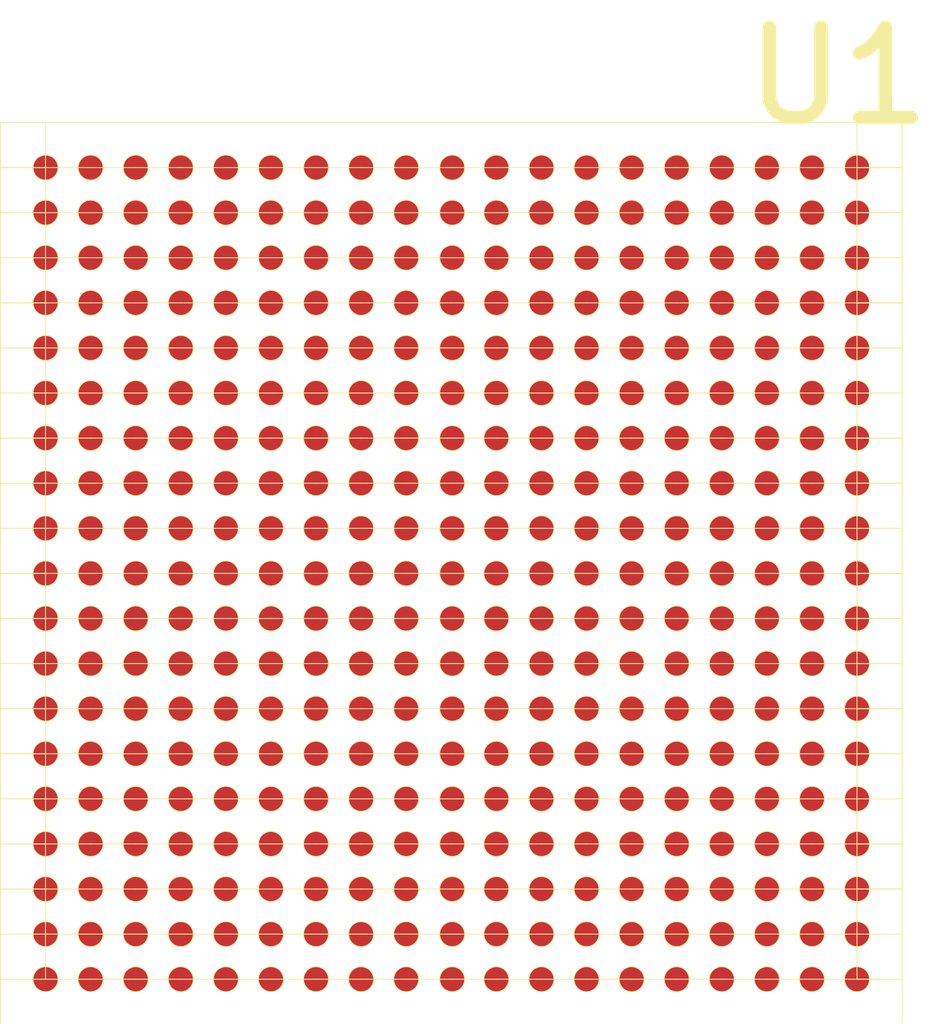
<source format=kicad_pcb>
(kicad_pcb (version 20211014) (generator pcbnew)
  (layers (0 "F.Cu" signal) (31 "B.Cu" signal) (34 "B.Paste" user) (35 "F.Paste" user) (36 "B.SilkS" user "B.Silkscreen") (37 "F.SilkS" user "F.Silkscreen") (38 "B.Mask" user) (39 "F.Mask" user) (44 "Edge.Cuts" user))
  (net 0 "")
  (footprint "New_Library:VL830" (layer "F.Cu") (at 149.86 66.04)
    (fp_text reference "U1" (at 4.34 -5.24 unlocked) (layer "F.SilkS"))
    (fp_text value "VL830")
    (pad "1" smd circle (at -4.45 -4.23) (size 0.27 0.27) (layers "F.Cu" "F.Paste" "F.Mask"))
    (pad "2" smd circle (at -3.95 -4.23) (size 0.27 0.27) (layers "F.Cu" "F.Paste" "F.Mask"))
    (pad "3" smd circle (at -3.45 -4.23) (size 0.27 0.27) (layers "F.Cu" "F.Paste" "F.Mask"))
    (pad "4" smd circle (at -2.95 -4.23) (size 0.27 0.27) (layers "F.Cu" "F.Paste" "F.Mask"))
    (pad "5" smd circle (at -2.45 -4.23) (size 0.27 0.27) (layers "F.Cu" "F.Paste" "F.Mask"))
    (pad "6" smd circle (at -1.95 -4.23) (size 0.27 0.27) (layers "F.Cu" "F.Paste" "F.Mask"))
    (pad "7" smd circle (at -1.45 -4.23) (size 0.27 0.27) (layers "F.Cu" "F.Paste" "F.Mask"))
    (pad "8" smd circle (at -0.95 -4.23) (size 0.27 0.27) (layers "F.Cu" "F.Paste" "F.Mask"))
    (pad "9" smd circle (at -0.45 -4.23) (size 0.27 0.27) (layers "F.Cu" "F.Paste" "F.Mask"))
    (pad "10" smd circle (at 0.06 -4.23) (size 0.27 0.27) (layers "F.Cu" "F.Paste" "F.Mask"))
    (pad "11" smd circle (at 0.55 -4.23) (size 0.27 0.27) (layers "F.Cu" "F.Paste" "F.Mask"))
    (pad "12" smd circle (at 1.05 -4.23) (size 0.27 0.27) (layers "F.Cu" "F.Paste" "F.Mask"))
    (pad "13" smd circle (at 1.55 -4.23) (size 0.27 0.27) (layers "F.Cu" "F.Paste" "F.Mask"))
    (pad "14" smd circle (at 2.05 -4.23) (size 0.27 0.27) (layers "F.Cu" "F.Paste" "F.Mask"))
    (pad "15" smd circle (at 2.55 -4.23) (size 0.27 0.27) (layers "F.Cu" "F.Paste" "F.Mask"))
    (pad "16" smd circle (at 3.05 -4.23) (size 0.27 0.27) (layers "F.Cu" "F.Paste" "F.Mask"))
    (pad "17" smd circle (at 3.55 -4.23) (size 0.27 0.27) (layers "F.Cu" "F.Paste" "F.Mask"))
    (pad "18" smd circle (at 4.05 -4.23) (size 0.27 0.27) (layers "F.Cu" "F.Paste" "F.Mask"))
    (pad "19" smd circle (at 4.55 -4.23) (size 0.27 0.27) (layers "F.Cu" "F.Paste" "F.Mask"))
    (pad "20" smd circle (at -4.45 -3.73) (size 0.27 0.27) (layers "F.Cu" "F.Paste" "F.Mask"))
    (pad "21" smd circle (at -3.95 -3.73) (size 0.27 0.27) (layers "F.Cu" "F.Paste" "F.Mask"))
    (pad "22" smd circle (at -3.45 -3.73) (size 0.27 0.27) (layers "F.Cu" "F.Paste" "F.Mask"))
    (pad "23" smd circle (at -2.95 -3.73) (size 0.27 0.27) (layers "F.Cu" "F.Paste" "F.Mask"))
    (pad "24" smd circle (at -2.45 -3.73) (size 0.27 0.27) (layers "F.Cu" "F.Paste" "F.Mask"))
    (pad "25" smd circle (at -1.95 -3.73) (size 0.27 0.27) (layers "F.Cu" "F.Paste" "F.Mask"))
    (pad "26" smd circle (at -1.45 -3.73) (size 0.27 0.27) (layers "F.Cu" "F.Paste" "F.Mask"))
    (pad "27" smd circle (at -0.95 -3.73) (size 0.27 0.27) (layers "F.Cu" "F.Paste" "F.Mask"))
    (pad "28" smd circle (at -0.45 -3.73) (size 0.27 0.27) (layers "F.Cu" "F.Paste" "F.Mask"))
    (pad "29" smd circle (at 0.06 -3.73) (size 0.27 0.27) (layers "F.Cu" "F.Paste" "F.Mask"))
    (pad "30" smd circle (at 0.55 -3.73) (size 0.27 0.27) (layers "F.Cu" "F.Paste" "F.Mask"))
    (pad "31" smd circle (at 1.05 -3.73) (size 0.27 0.27) (layers "F.Cu" "F.Paste" "F.Mask"))
    (pad "32" smd circle (at 1.55 -3.73) (size 0.27 0.27) (layers "F.Cu" "F.Paste" "F.Mask"))
    (pad "33" smd circle (at 2.05 -3.73) (size 0.27 0.27) (layers "F.Cu" "F.Paste" "F.Mask"))
    (pad "34" smd circle (at 2.55 -3.73) (size 0.27 0.27) (layers "F.Cu" "F.Paste" "F.Mask"))
    (pad "35" smd circle (at 3.05 -3.73) (size 0.27 0.27) (layers "F.Cu" "F.Paste" "F.Mask"))
    (pad "36" smd circle (at 3.55 -3.73) (size 0.27 0.27) (layers "F.Cu" "F.Paste" "F.Mask"))
    (pad "37" smd circle (at 4.05 -3.73) (size 0.27 0.27) (layers "F.Cu" "F.Paste" "F.Mask"))
    (pad "38" smd circle (at 4.55 -3.73) (size 0.27 0.27) (layers "F.Cu" "F.Paste" "F.Mask"))
    (pad "39" smd circle (at -4.45 -3.23) (size 0.27 0.27) (layers "F.Cu" "F.Paste" "F.Mask"))
    (pad "40" smd circle (at -3.95 -3.23) (size 0.27 0.27) (layers "F.Cu" "F.Paste" "F.Mask"))
    (pad "41" smd circle (at -3.45 -3.23) (size 0.27 0.27) (layers "F.Cu" "F.Paste" "F.Mask"))
    (pad "42" smd circle (at -2.95 -3.23) (size 0.27 0.27) (layers "F.Cu" "F.Paste" "F.Mask"))
    (pad "43" smd circle (at -2.45 -3.23) (size 0.27 0.27) (layers "F.Cu" "F.Paste" "F.Mask"))
    (pad "44" smd circle (at -1.95 -3.23) (size 0.27 0.27) (layers "F.Cu" "F.Paste" "F.Mask"))
    (pad "45" smd circle (at -1.45 -3.23) (size 0.27 0.27) (layers "F.Cu" "F.Paste" "F.Mask"))
    (pad "46" smd circle (at -0.95 -3.23) (size 0.27 0.27) (layers "F.Cu" "F.Paste" "F.Mask"))
    (pad "47" smd circle (at -0.45 -3.23) (size 0.27 0.27) (layers "F.Cu" "F.Paste" "F.Mask"))
    (pad "48" smd circle (at 0.06 -3.23) (size 0.27 0.27) (layers "F.Cu" "F.Paste" "F.Mask"))
    (pad "49" smd circle (at 0.55 -3.23) (size 0.27 0.27) (layers "F.Cu" "F.Paste" "F.Mask"))
    (pad "50" smd circle (at 1.05 -3.23) (size 0.27 0.27) (layers "F.Cu" "F.Paste" "F.Mask"))
    (pad "51" smd circle (at 1.55 -3.23) (size 0.27 0.27) (layers "F.Cu" "F.Paste" "F.Mask"))
    (pad "52" smd circle (at 2.05 -3.23) (size 0.27 0.27) (layers "F.Cu" "F.Paste" "F.Mask"))
    (pad "53" smd circle (at 2.55 -3.23) (size 0.27 0.27) (layers "F.Cu" "F.Paste" "F.Mask"))
    (pad "54" smd circle (at 3.05 -3.23) (size 0.27 0.27) (layers "F.Cu" "F.Paste" "F.Mask"))
    (pad "55" smd circle (at 3.55 -3.23) (size 0.27 0.27) (layers "F.Cu" "F.Paste" "F.Mask"))
    (pad "56" smd circle (at 4.05 -3.23) (size 0.27 0.27) (layers "F.Cu" "F.Paste" "F.Mask"))
    (pad "57" smd circle (at 4.55 -3.23) (size 0.27 0.27) (layers "F.Cu" "F.Paste" "F.Mask"))
    (pad "58" smd circle (at -4.45 -2.73) (size 0.27 0.27) (layers "F.Cu" "F.Paste" "F.Mask"))
    (pad "59" smd circle (at -3.95 -2.73) (size 0.27 0.27) (layers "F.Cu" "F.Paste" "F.Mask"))
    (pad "60" smd circle (at -3.45 -2.73) (size 0.27 0.27) (layers "F.Cu" "F.Paste" "F.Mask"))
    (pad "61" smd circle (at -2.95 -2.73) (size 0.27 0.27) (layers "F.Cu" "F.Paste" "F.Mask"))
    (pad "62" smd circle (at -2.45 -2.73) (size 0.27 0.27) (layers "F.Cu" "F.Paste" "F.Mask"))
    (pad "63" smd circle (at -1.95 -2.73) (size 0.27 0.27) (layers "F.Cu" "F.Paste" "F.Mask"))
    (pad "64" smd circle (at -1.45 -2.73) (size 0.27 0.27) (layers "F.Cu" "F.Paste" "F.Mask"))
    (pad "65" smd circle (at -0.95 -2.73) (size 0.27 0.27) (layers "F.Cu" "F.Paste" "F.Mask"))
    (pad "66" smd circle (at -0.45 -2.73) (size 0.27 0.27) (layers "F.Cu" "F.Paste" "F.Mask"))
    (pad "67" smd circle (at 0.06 -2.73) (size 0.27 0.27) (layers "F.Cu" "F.Paste" "F.Mask"))
    (pad "68" smd circle (at 0.55 -2.73) (size 0.27 0.27) (layers "F.Cu" "F.Paste" "F.Mask"))
    (pad "69" smd circle (at 1.05 -2.73) (size 0.27 0.27) (layers "F.Cu" "F.Paste" "F.Mask"))
    (pad "70" smd circle (at 1.55 -2.73) (size 0.27 0.27) (layers "F.Cu" "F.Paste" "F.Mask"))
    (pad "71" smd circle (at 2.05 -2.73) (size 0.27 0.27) (layers "F.Cu" "F.Paste" "F.Mask"))
    (pad "72" smd circle (at 2.55 -2.73) (size 0.27 0.27) (layers "F.Cu" "F.Paste" "F.Mask"))
    (pad "73" smd circle (at 3.05 -2.73) (size 0.27 0.27) (layers "F.Cu" "F.Paste" "F.Mask"))
    (pad "74" smd circle (at 3.55 -2.73) (size 0.27 0.27) (layers "F.Cu" "F.Paste" "F.Mask"))
    (pad "75" smd circle (at 4.05 -2.73) (size 0.27 0.27) (layers "F.Cu" "F.Paste" "F.Mask"))
    (pad "76" smd circle (at 4.55 -2.73) (size 0.27 0.27) (layers "F.Cu" "F.Paste" "F.Mask"))
    (pad "77" smd circle (at -4.45 -2.23) (size 0.27 0.27) (layers "F.Cu" "F.Paste" "F.Mask"))
    (pad "78" smd circle (at -3.95 -2.23) (size 0.27 0.27) (layers "F.Cu" "F.Paste" "F.Mask"))
    (pad "79" smd circle (at -3.45 -2.23) (size 0.27 0.27) (layers "F.Cu" "F.Paste" "F.Mask"))
    (pad "80" smd circle (at -2.95 -2.23) (size 0.27 0.27) (layers "F.Cu" "F.Paste" "F.Mask"))
    (pad "81" smd circle (at -2.45 -2.23) (size 0.27 0.27) (layers "F.Cu" "F.Paste" "F.Mask"))
    (pad "82" smd circle (at -1.95 -2.23) (size 0.27 0.27) (layers "F.Cu" "F.Paste" "F.Mask"))
    (pad "83" smd circle (at -1.45 -2.23) (size 0.27 0.27) (layers "F.Cu" "F.Paste" "F.Mask"))
    (pad "84" smd circle (at -0.95 -2.23) (size 0.27 0.27) (layers "F.Cu" "F.Paste" "F.Mask"))
    (pad "85" smd circle (at -0.45 -2.23) (size 0.27 0.27) (layers "F.Cu" "F.Paste" "F.Mask"))
    (pad "86" smd circle (at 0.06 -2.23) (size 0.27 0.27) (layers "F.Cu" "F.Paste" "F.Mask"))
    (pad "87" smd circle (at 0.55 -2.23) (size 0.27 0.27) (layers "F.Cu" "F.Paste" "F.Mask"))
    (pad "88" smd circle (at 1.05 -2.23) (size 0.27 0.27) (layers "F.Cu" "F.Paste" "F.Mask"))
    (pad "89" smd circle (at 1.55 -2.23) (size 0.27 0.27) (layers "F.Cu" "F.Paste" "F.Mask"))
    (pad "90" smd circle (at 2.05 -2.23) (size 0.27 0.27) (layers "F.Cu" "F.Paste" "F.Mask"))
    (pad "91" smd circle (at 2.55 -2.23) (size 0.27 0.27) (layers "F.Cu" "F.Paste" "F.Mask"))
    (pad "92" smd circle (at 3.05 -2.23) (size 0.27 0.27) (layers "F.Cu" "F.Paste" "F.Mask"))
    (pad "93" smd circle (at 3.55 -2.23) (size 0.27 0.27) (layers "F.Cu" "F.Paste" "F.Mask"))
    (pad "94" smd circle (at 4.05 -2.23) (size 0.27 0.27) (layers "F.Cu" "F.Paste" "F.Mask"))
    (pad "95" smd circle (at 4.55 -2.23) (size 0.27 0.27) (layers "F.Cu" "F.Paste" "F.Mask"))
    (pad "96" smd circle (at -4.45 -1.73) (size 0.27 0.27) (layers "F.Cu" "F.Paste" "F.Mask"))
    (pad "97" smd circle (at -3.95 -1.73) (size 0.27 0.27) (layers "F.Cu" "F.Paste" "F.Mask"))
    (pad "98" smd circle (at -3.45 -1.73) (size 0.27 0.27) (layers "F.Cu" "F.Paste" "F.Mask"))
    (pad "99" smd circle (at -2.95 -1.73) (size 0.27 0.27) (layers "F.Cu" "F.Paste" "F.Mask"))
    (pad "100" smd circle (at -2.45 -1.73) (size 0.27 0.27) (layers "F.Cu" "F.Paste" "F.Mask"))
    (pad "101" smd circle (at -1.95 -1.73) (size 0.27 0.27) (layers "F.Cu" "F.Paste" "F.Mask"))
    (pad "102" smd circle (at -1.45 -1.73) (size 0.27 0.27) (layers "F.Cu" "F.Paste" "F.Mask"))
    (pad "103" smd circle (at -0.95 -1.73) (size 0.27 0.27) (layers "F.Cu" "F.Paste" "F.Mask"))
    (pad "104" smd circle (at -0.45 -1.73) (size 0.27 0.27) (layers "F.Cu" "F.Paste" "F.Mask"))
    (pad "105" smd circle (at 0.06 -1.73) (size 0.27 0.27) (layers "F.Cu" "F.Paste" "F.Mask"))
    (pad "106" smd circle (at 0.55 -1.73) (size 0.27 0.27) (layers "F.Cu" "F.Paste" "F.Mask"))
    (pad "107" smd circle (at 1.05 -1.73) (size 0.27 0.27) (layers "F.Cu" "F.Paste" "F.Mask"))
    (pad "108" smd circle (at 1.55 -1.73) (size 0.27 0.27) (layers "F.Cu" "F.Paste" "F.Mask"))
    (pad "109" smd circle (at 2.05 -1.73) (size 0.27 0.27) (layers "F.Cu" "F.Paste" "F.Mask"))
    (pad "110" smd circle (at 2.55 -1.73) (size 0.27 0.27) (layers "F.Cu" "F.Paste" "F.Mask"))
    (pad "111" smd circle (at 3.05 -1.73) (size 0.27 0.27) (layers "F.Cu" "F.Paste" "F.Mask"))
    (pad "112" smd circle (at 3.55 -1.73) (size 0.27 0.27) (layers "F.Cu" "F.Paste" "F.Mask"))
    (pad "113" smd circle (at 4.05 -1.73) (size 0.27 0.27) (layers "F.Cu" "F.Paste" "F.Mask"))
    (pad "114" smd circle (at 4.55 -1.73) (size 0.27 0.27) (layers "F.Cu" "F.Paste" "F.Mask"))
    (pad "115" smd circle (at -4.45 -1.23) (size 0.27 0.27) (layers "F.Cu" "F.Paste" "F.Mask"))
    (pad "116" smd circle (at -3.95 -1.23) (size 0.27 0.27) (layers "F.Cu" "F.Paste" "F.Mask"))
    (pad "117" smd circle (at -3.45 -1.23) (size 0.27 0.27) (layers "F.Cu" "F.Paste" "F.Mask"))
    (pad "118" smd circle (at -2.95 -1.23) (size 0.27 0.27) (layers "F.Cu" "F.Paste" "F.Mask"))
    (pad "119" smd circle (at -2.45 -1.23) (size 0.27 0.27) (layers "F.Cu" "F.Paste" "F.Mask"))
    (pad "120" smd circle (at -1.95 -1.23) (size 0.27 0.27) (layers "F.Cu" "F.Paste" "F.Mask"))
    (pad "121" smd circle (at -1.45 -1.23) (size 0.27 0.27) (layers "F.Cu" "F.Paste" "F.Mask"))
    (pad "122" smd circle (at -0.95 -1.23) (size 0.27 0.27) (layers "F.Cu" "F.Paste" "F.Mask"))
    (pad "123" smd circle (at -0.45 -1.23) (size 0.27 0.27) (layers "F.Cu" "F.Paste" "F.Mask"))
    (pad "124" smd circle (at 0.06 -1.23) (size 0.27 0.27) (layers "F.Cu" "F.Paste" "F.Mask"))
    (pad "125" smd circle (at 0.55 -1.23) (size 0.27 0.27) (layers "F.Cu" "F.Paste" "F.Mask"))
    (pad "126" smd circle (at 1.05 -1.23) (size 0.27 0.27) (layers "F.Cu" "F.Paste" "F.Mask"))
    (pad "127" smd circle (at 1.55 -1.23) (size 0.27 0.27) (layers "F.Cu" "F.Paste" "F.Mask"))
    (pad "128" smd circle (at 2.05 -1.23) (size 0.27 0.27) (layers "F.Cu" "F.Paste" "F.Mask"))
    (pad "129" smd circle (at 2.55 -1.23) (size 0.27 0.27) (layers "F.Cu" "F.Paste" "F.Mask"))
    (pad "130" smd circle (at 3.05 -1.23) (size 0.27 0.27) (layers "F.Cu" "F.Paste" "F.Mask"))
    (pad "131" smd circle (at 3.55 -1.23) (size 0.27 0.27) (layers "F.Cu" "F.Paste" "F.Mask"))
    (pad "132" smd circle (at 4.05 -1.23) (size 0.27 0.27) (layers "F.Cu" "F.Paste" "F.Mask"))
    (pad "133" smd circle (at 4.55 -1.23) (size 0.27 0.27) (layers "F.Cu" "F.Paste" "F.Mask"))
    (pad "134" smd circle (at -4.45 -0.73) (size 0.27 0.27) (layers "F.Cu" "F.Paste" "F.Mask"))
    (pad "135" smd circle (at -3.95 -0.73) (size 0.27 0.27) (layers "F.Cu" "F.Paste" "F.Mask"))
    (pad "136" smd circle (at -3.45 -0.73) (size 0.27 0.27) (layers "F.Cu" "F.Paste" "F.Mask"))
    (pad "137" smd circle (at -2.95 -0.73) (size 0.27 0.27) (layers "F.Cu" "F.Paste" "F.Mask"))
    (pad "138" smd circle (at -2.45 -0.73) (size 0.27 0.27) (layers "F.Cu" "F.Paste" "F.Mask"))
    (pad "139" smd circle (at -1.95 -0.73) (size 0.27 0.27) (layers "F.Cu" "F.Paste" "F.Mask"))
    (pad "140" smd circle (at -1.45 -0.73) (size 0.27 0.27) (layers "F.Cu" "F.Paste" "F.Mask"))
    (pad "141" smd circle (at -0.95 -0.73) (size 0.27 0.27) (layers "F.Cu" "F.Paste" "F.Mask"))
    (pad "142" smd circle (at -0.45 -0.73) (size 0.27 0.27) (layers "F.Cu" "F.Paste" "F.Mask"))
    (pad "143" smd circle (at 0.06 -0.73) (size 0.27 0.27) (layers "F.Cu" "F.Paste" "F.Mask"))
    (pad "144" smd circle (at 0.55 -0.73) (size 0.27 0.27) (layers "F.Cu" "F.Paste" "F.Mask"))
    (pad "145" smd circle (at 1.05 -0.73) (size 0.27 0.27) (layers "F.Cu" "F.Paste" "F.Mask"))
    (pad "146" smd circle (at 1.55 -0.73) (size 0.27 0.27) (layers "F.Cu" "F.Paste" "F.Mask"))
    (pad "147" smd circle (at 2.05 -0.73) (size 0.27 0.27) (layers "F.Cu" "F.Paste" "F.Mask"))
    (pad "148" smd circle (at 2.55 -0.73) (size 0.27 0.27) (layers "F.Cu" "F.Paste" "F.Mask"))
    (pad "149" smd circle (at 3.05 -0.73) (size 0.27 0.27) (layers "F.Cu" "F.Paste" "F.Mask"))
    (pad "150" smd circle (at 3.55 -0.73) (size 0.27 0.27) (layers "F.Cu" "F.Paste" "F.Mask"))
    (pad "151" smd circle (at 4.05 -0.73) (size 0.27 0.27) (layers "F.Cu" "F.Paste" "F.Mask"))
    (pad "152" smd circle (at 4.55 -0.73) (size 0.27 0.27) (layers "F.Cu" "F.Paste" "F.Mask"))
    (pad "153" smd circle (at -4.45 -0.23) (size 0.27 0.27) (layers "F.Cu" "F.Paste" "F.Mask"))
    (pad "154" smd circle (at -3.95 -0.23) (size 0.27 0.27) (layers "F.Cu" "F.Paste" "F.Mask"))
    (pad "155" smd circle (at -3.45 -0.23) (size 0.27 0.27) (layers "F.Cu" "F.Paste" "F.Mask"))
    (pad "156" smd circle (at -2.95 -0.23) (size 0.27 0.27) (layers "F.Cu" "F.Paste" "F.Mask"))
    (pad "157" smd circle (at -2.45 -0.23) (size 0.27 0.27) (layers "F.Cu" "F.Paste" "F.Mask"))
    (pad "158" smd circle (at -1.95 -0.23) (size 0.27 0.27) (layers "F.Cu" "F.Paste" "F.Mask"))
    (pad "159" smd circle (at -1.45 -0.23) (size 0.27 0.27) (layers "F.Cu" "F.Paste" "F.Mask"))
    (pad "160" smd circle (at -0.95 -0.23) (size 0.27 0.27) (layers "F.Cu" "F.Paste" "F.Mask"))
    (pad "161" smd circle (at -0.45 -0.23) (size 0.27 0.27) (layers "F.Cu" "F.Paste" "F.Mask"))
    (pad "162" smd circle (at 0.06 -0.23) (size 0.27 0.27) (layers "F.Cu" "F.Paste" "F.Mask"))
    (pad "163" smd circle (at 0.55 -0.23) (size 0.27 0.27) (layers "F.Cu" "F.Paste" "F.Mask"))
    (pad "164" smd circle (at 1.05 -0.23) (size 0.27 0.27) (layers "F.Cu" "F.Paste" "F.Mask"))
    (pad "165" smd circle (at 1.55 -0.23) (size 0.27 0.27) (layers "F.Cu" "F.Paste" "F.Mask"))
    (pad "166" smd circle (at 2.05 -0.23) (size 0.27 0.27) (layers "F.Cu" "F.Paste" "F.Mask"))
    (pad "167" smd circle (at 2.55 -0.23) (size 0.27 0.27) (layers "F.Cu" "F.Paste" "F.Mask"))
    (pad "168" smd circle (at 3.05 -0.23) (size 0.27 0.27) (layers "F.Cu" "F.Paste" "F.Mask"))
    (pad "169" smd circle (at 3.55 -0.23) (size 0.27 0.27) (layers "F.Cu" "F.Paste" "F.Mask"))
    (pad "170" smd circle (at 4.05 -0.23) (size 0.27 0.27) (layers "F.Cu" "F.Paste" "F.Mask"))
    (pad "171" smd circle (at 4.55 -0.23) (size 0.27 0.27) (layers "F.Cu" "F.Paste" "F.Mask"))
    (pad "172" smd circle (at -4.45 0.27) (size 0.27 0.27) (layers "F.Cu" "F.Paste" "F.Mask"))
    (pad "173" smd circle (at -3.95 0.27) (size 0.27 0.27) (layers "F.Cu" "F.Paste" "F.Mask"))
    (pad "174" smd circle (at -3.45 0.27) (size 0.27 0.27) (layers "F.Cu" "F.Paste" "F.Mask"))
    (pad "175" smd circle (at -2.95 0.27) (size 0.27 0.27) (layers "F.Cu" "F.Paste" "F.Mask"))
    (pad "176" smd circle (at -2.45 0.27) (size 0.27 0.27) (layers "F.Cu" "F.Paste" "F.Mask"))
    (pad "177" smd circle (at -1.95 0.27) (size 0.27 0.27) (layers "F.Cu" "F.Paste" "F.Mask"))
    (pad "178" smd circle (at -1.45 0.27) (size 0.27 0.27) (layers "F.Cu" "F.Paste" "F.Mask"))
    (pad "179" smd circle (at -0.95 0.27) (size 0.27 0.27) (layers "F.Cu" "F.Paste" "F.Mask"))
    (pad "180" smd circle (at -0.45 0.27) (size 0.27 0.27) (layers "F.Cu" "F.Paste" "F.Mask"))
    (pad "181" smd circle (at 0.06 0.27) (size 0.27 0.27) (layers "F.Cu" "F.Paste" "F.Mask"))
    (pad "182" smd circle (at 0.55 0.27) (size 0.27 0.27) (layers "F.Cu" "F.Paste" "F.Mask"))
    (pad "183" smd circle (at 1.05 0.27) (size 0.27 0.27) (layers "F.Cu" "F.Paste" "F.Mask"))
    (pad "184" smd circle (at 1.55 0.27) (size 0.27 0.27) (layers "F.Cu" "F.Paste" "F.Mask"))
    (pad "185" smd circle (at 2.05 0.27) (size 0.27 0.27) (layers "F.Cu" "F.Paste" "F.Mask"))
    (pad "186" smd circle (at 2.55 0.27) (size 0.27 0.27) (layers "F.Cu" "F.Paste" "F.Mask"))
    (pad "187" smd circle (at 3.05 0.27) (size 0.27 0.27) (layers "F.Cu" "F.Paste" "F.Mask"))
    (pad "188" smd circle (at 3.55 0.27) (size 0.27 0.27) (layers "F.Cu" "F.Paste" "F.Mask"))
    (pad "189" smd circle (at 4.05 0.27) (size 0.27 0.27) (layers "F.Cu" "F.Paste" "F.Mask"))
    (pad "190" smd circle (at 4.55 0.27) (size 0.27 0.27) (layers "F.Cu" "F.Paste" "F.Mask"))
    (pad "191" smd circle (at -4.45 0.77) (size 0.27 0.27) (layers "F.Cu" "F.Paste" "F.Mask"))
    (pad "192" smd circle (at -3.95 0.77) (size 0.27 0.27) (layers "F.Cu" "F.Paste" "F.Mask"))
    (pad "193" smd circle (at -3.45 0.77) (size 0.27 0.27) (layers "F.Cu" "F.Paste" "F.Mask"))
    (pad "194" smd circle (at -2.95 0.77) (size 0.27 0.27) (layers "F.Cu" "F.Paste" "F.Mask"))
    (pad "195" smd circle (at -2.45 0.77) (size 0.27 0.27) (layers "F.Cu" "F.Paste" "F.Mask"))
    (pad "196" smd circle (at -1.95 0.77) (size 0.27 0.27) (layers "F.Cu" "F.Paste" "F.Mask"))
    (pad "197" smd circle (at -1.45 0.77) (size 0.27 0.27) (layers "F.Cu" "F.Paste" "F.Mask"))
    (pad "198" smd circle (at -0.95 0.77) (size 0.27 0.27) (layers "F.Cu" "F.Paste" "F.Mask"))
    (pad "199" smd circle (at -0.45 0.77) (size 0.27 0.27) (layers "F.Cu" "F.Paste" "F.Mask"))
    (pad "200" smd circle (at 0.06 0.77) (size 0.27 0.27) (layers "F.Cu" "F.Paste" "F.Mask"))
    (pad "201" smd circle (at 0.55 0.77) (size 0.27 0.27) (layers "F.Cu" "F.Paste" "F.Mask"))
    (pad "202" smd circle (at 1.05 0.77) (size 0.27 0.27) (layers "F.Cu" "F.Paste" "F.Mask"))
    (pad "203" smd circle (at 1.55 0.77) (size 0.27 0.27) (layers "F.Cu" "F.Paste" "F.Mask"))
    (pad "204" smd circle (at 2.05 0.77) (size 0.27 0.27) (layers "F.Cu" "F.Paste" "F.Mask"))
    (pad "205" smd circle (at 2.55 0.77) (size 0.27 0.27) (layers "F.Cu" "F.Paste" "F.Mask"))
    (pad "206" smd circle (at 3.05 0.77) (size 0.27 0.27) (layers "F.Cu" "F.Paste" "F.Mask"))
    (pad "207" smd circle (at 3.55 0.77) (size 0.27 0.27) (layers "F.Cu" "F.Paste" "F.Mask"))
    (pad "208" smd circle (at 4.05 0.77) (size 0.27 0.27) (layers "F.Cu" "F.Paste" "F.Mask"))
    (pad "209" smd circle (at 4.55 0.77) (size 0.27 0.27) (layers "F.Cu" "F.Paste" "F.Mask"))
    (pad "210" smd circle (at -4.45 1.27) (size 0.27 0.27) (layers "F.Cu" "F.Paste" "F.Mask"))
    (pad "211" smd circle (at -3.95 1.27) (size 0.27 0.27) (layers "F.Cu" "F.Paste" "F.Mask"))
    (pad "212" smd circle (at -3.45 1.27) (size 0.27 0.27) (layers "F.Cu" "F.Paste" "F.Mask"))
    (pad "213" smd circle (at -2.95 1.27) (size 0.27 0.27) (layers "F.Cu" "F.Paste" "F.Mask"))
    (pad "214" smd circle (at -2.45 1.27) (size 0.27 0.27) (layers "F.Cu" "F.Paste" "F.Mask"))
    (pad "215" smd circle (at -1.95 1.27) (size 0.27 0.27) (layers "F.Cu" "F.Paste" "F.Mask"))
    (pad "216" smd circle (at -1.45 1.27) (size 0.27 0.27) (layers "F.Cu" "F.Paste" "F.Mask"))
    (pad "217" smd circle (at -0.95 1.27) (size 0.27 0.27) (layers "F.Cu" "F.Paste" "F.Mask"))
    (pad "218" smd circle (at -0.45 1.27) (size 0.27 0.27) (layers "F.Cu" "F.Paste" "F.Mask"))
    (pad "219" smd circle (at 0.06 1.27) (size 0.27 0.27) (layers "F.Cu" "F.Paste" "F.Mask"))
    (pad "220" smd circle (at 0.55 1.27) (size 0.27 0.27) (layers "F.Cu" "F.Paste" "F.Mask"))
    (pad "221" smd circle (at 1.05 1.27) (size 0.27 0.27) (layers "F.Cu" "F.Paste" "F.Mask"))
    (pad "222" smd circle (at 1.55 1.27) (size 0.27 0.27) (layers "F.Cu" "F.Paste" "F.Mask"))
    (pad "223" smd circle (at 2.05 1.27) (size 0.27 0.27) (layers "F.Cu" "F.Paste" "F.Mask"))
    (pad "224" smd circle (at 2.55 1.27) (size 0.27 0.27) (layers "F.Cu" "F.Paste" "F.Mask"))
    (pad "225" smd circle (at 3.05 1.27) (size 0.27 0.27) (layers "F.Cu" "F.Paste" "F.Mask"))
    (pad "226" smd circle (at 3.55 1.27) (size 0.27 0.27) (layers "F.Cu" "F.Paste" "F.Mask"))
    (pad "227" smd circle (at 4.05 1.27) (size 0.27 0.27) (layers "F.Cu" "F.Paste" "F.Mask"))
    (pad "228" smd circle (at 4.55 1.27) (size 0.27 0.27) (layers "F.Cu" "F.Paste" "F.Mask"))
    (pad "229" smd circle (at -4.45 1.77) (size 0.27 0.27) (layers "F.Cu" "F.Paste" "F.Mask"))
    (pad "230" smd circle (at -3.95 1.77) (size 0.27 0.27) (layers "F.Cu" "F.Paste" "F.Mask"))
    (pad "231" smd circle (at -3.45 1.77) (size 0.27 0.27) (layers "F.Cu" "F.Paste" "F.Mask"))
    (pad "232" smd circle (at -2.95 1.77) (size 0.27 0.27) (layers "F.Cu" "F.Paste" "F.Mask"))
    (pad "233" smd circle (at -2.45 1.77) (size 0.27 0.27) (layers "F.Cu" "F.Paste" "F.Mask"))
    (pad "234" smd circle (at -1.95 1.77) (size 0.27 0.27) (layers "F.Cu" "F.Paste" "F.Mask"))
    (pad "235" smd circle (at -1.45 1.77) (size 0.27 0.27) (layers "F.Cu" "F.Paste" "F.Mask"))
    (pad "236" smd circle (at -0.95 1.77) (size 0.27 0.27) (layers "F.Cu" "F.Paste" "F.Mask"))
    (pad "237" smd circle (at -0.45 1.77) (size 0.27 0.27) (layers "F.Cu" "F.Paste" "F.Mask"))
    (pad "238" smd circle (at 0.06 1.77) (size 0.27 0.27) (layers "F.Cu" "F.Paste" "F.Mask"))
    (pad "239" smd circle (at 0.55 1.77) (size 0.27 0.27) (layers "F.Cu" "F.Paste" "F.Mask"))
    (pad "240" smd circle (at 1.05 1.77) (size 0.27 0.27) (layers "F.Cu" "F.Paste" "F.Mask"))
    (pad "241" smd circle (at 1.55 1.77) (size 0.27 0.27) (layers "F.Cu" "F.Paste" "F.Mask"))
    (pad "242" smd circle (at 2.05 1.77) (size 0.27 0.27) (layers "F.Cu" "F.Paste" "F.Mask"))
    (pad "243" smd circle (at 2.55 1.77) (size 0.27 0.27) (layers "F.Cu" "F.Paste" "F.Mask"))
    (pad "244" smd circle (at 3.05 1.77) (size 0.27 0.27) (layers "F.Cu" "F.Paste" "F.Mask"))
    (pad "245" smd circle (at 3.55 1.77) (size 0.27 0.27) (layers "F.Cu" "F.Paste" "F.Mask"))
    (pad "246" smd circle (at 4.05 1.77) (size 0.27 0.27) (layers "F.Cu" "F.Paste" "F.Mask"))
    (pad "247" smd circle (at 4.55 1.77) (size 0.27 0.27) (layers "F.Cu" "F.Paste" "F.Mask"))
    (pad "248" smd circle (at -4.45 2.27) (size 0.27 0.27) (layers "F.Cu" "F.Paste" "F.Mask"))
    (pad "249" smd circle (at -3.95 2.27) (size 0.27 0.27) (layers "F.Cu" "F.Paste" "F.Mask"))
    (pad "250" smd circle (at -3.45 2.27) (size 0.27 0.27) (layers "F.Cu" "F.Paste" "F.Mask"))
    (pad "251" smd circle (at -2.95 2.27) (size 0.27 0.27) (layers "F.Cu" "F.Paste" "F.Mask"))
    (pad "252" smd circle (at -2.45 2.27) (size 0.27 0.27) (layers "F.Cu" "F.Paste" "F.Mask"))
    (pad "253" smd circle (at -1.95 2.27) (size 0.27 0.27) (layers "F.Cu" "F.Paste" "F.Mask"))
    (pad "254" smd circle (at -1.45 2.27) (size 0.27 0.27) (layers "F.Cu" "F.Paste" "F.Mask"))
    (pad "255" smd circle (at -0.95 2.27) (size 0.27 0.27) (layers "F.Cu" "F.Paste" "F.Mask"))
    (pad "256" smd circle (at -0.45 2.27) (size 0.27 0.27) (layers "F.Cu" "F.Paste" "F.Mask"))
    (pad "257" smd circle (at 0.06 2.27) (size 0.27 0.27) (layers "F.Cu" "F.Paste" "F.Mask"))
    (pad "258" smd circle (at 0.55 2.27) (size 0.27 0.27) (layers "F.Cu" "F.Paste" "F.Mask"))
    (pad "259" smd circle (at 1.05 2.27) (size 0.27 0.27) (layers "F.Cu" "F.Paste" "F.Mask"))
    (pad "260" smd circle (at 1.55 2.27) (size 0.27 0.27) (layers "F.Cu" "F.Paste" "F.Mask"))
    (pad "261" smd circle (at 2.05 2.27) (size 0.27 0.27) (layers "F.Cu" "F.Paste" "F.Mask"))
    (pad "262" smd circle (at 2.55 2.27) (size 0.27 0.27) (layers "F.Cu" "F.Paste" "F.Mask"))
    (pad "263" smd circle (at 3.05 2.27) (size 0.27 0.27) (layers "F.Cu" "F.Paste" "F.Mask"))
    (pad "264" smd circle (at 3.55 2.27) (size 0.27 0.27) (layers "F.Cu" "F.Paste" "F.Mask"))
    (pad "265" smd circle (at 4.05 2.27) (size 0.27 0.27) (layers "F.Cu" "F.Paste" "F.Mask"))
    (pad "266" smd circle (at 4.55 2.27) (size 0.27 0.27) (layers "F.Cu" "F.Paste" "F.Mask"))
    (pad "267" smd circle (at -4.45 2.77) (size 0.27 0.27) (layers "F.Cu" "F.Paste" "F.Mask"))
    (pad "268" smd circle (at -3.95 2.77) (size 0.27 0.27) (layers "F.Cu" "F.Paste" "F.Mask"))
    (pad "269" smd circle (at -3.45 2.77) (size 0.27 0.27) (layers "F.Cu" "F.Paste" "F.Mask"))
    (pad "270" smd circle (at -2.95 2.77) (size 0.27 0.27) (layers "F.Cu" "F.Paste" "F.Mask"))
    (pad "271" smd circle (at -2.45 2.77) (size 0.27 0.27) (layers "F.Cu" "F.Paste" "F.Mask"))
    (pad "272" smd circle (at -1.95 2.77) (size 0.27 0.27) (layers "F.Cu" "F.Paste" "F.Mask"))
    (pad "273" smd circle (at -1.45 2.77) (size 0.27 0.27) (layers "F.Cu" "F.Paste" "F.Mask"))
    (pad "274" smd circle (at -0.95 2.77) (size 0.27 0.27) (layers "F.Cu" "F.Paste" "F.Mask"))
    (pad "275" smd circle (at -0.45 2.77) (size 0.27 0.27) (layers "F.Cu" "F.Paste" "F.Mask"))
    (pad "276" smd circle (at 0.06 2.77) (size 0.27 0.27) (layers "F.Cu" "F.Paste" "F.Mask"))
    (pad "277" smd circle (at 0.55 2.77) (size 0.27 0.27) (layers "F.Cu" "F.Paste" "F.Mask"))
    (pad "278" smd circle (at 1.05 2.77) (size 0.27 0.27) (layers "F.Cu" "F.Paste" "F.Mask"))
    (pad "279" smd circle (at 1.55 2.77) (size 0.27 0.27) (layers "F.Cu" "F.Paste" "F.Mask"))
    (pad "280" smd circle (at 2.05 2.77) (size 0.27 0.27) (layers "F.Cu" "F.Paste" "F.Mask"))
    (pad "281" smd circle (at 2.55 2.77) (size 0.27 0.27) (layers "F.Cu" "F.Paste" "F.Mask"))
    (pad "282" smd circle (at 3.05 2.77) (size 0.27 0.27) (layers "F.Cu" "F.Paste" "F.Mask"))
    (pad "283" smd circle (at 3.55 2.77) (size 0.27 0.27) (layers "F.Cu" "F.Paste" "F.Mask"))
    (pad "284" smd circle (at 4.05 2.77) (size 0.27 0.27) (layers "F.Cu" "F.Paste" "F.Mask"))
    (pad "285" smd circle (at 4.55 2.77) (size 0.27 0.27) (layers "F.Cu" "F.Paste" "F.Mask"))
    (pad "286" smd circle (at -4.45 3.27) (size 0.27 0.27) (layers "F.Cu" "F.Paste" "F.Mask"))
    (pad "287" smd circle (at -3.95 3.27) (size 0.27 0.27) (layers "F.Cu" "F.Paste" "F.Mask"))
    (pad "288" smd circle (at -3.45 3.27) (size 0.27 0.27) (layers "F.Cu" "F.Paste" "F.Mask"))
    (pad "289" smd circle (at -2.95 3.27) (size 0.27 0.27) (layers "F.Cu" "F.Paste" "F.Mask"))
    (pad "290" smd circle (at -2.45 3.27) (size 0.27 0.27) (layers "F.Cu" "F.Paste" "F.Mask"))
    (pad "291" smd circle (at -1.95 3.27) (size 0.27 0.27) (layers "F.Cu" "F.Paste" "F.Mask"))
    (pad "292" smd circle (at -1.45 3.27) (size 0.27 0.27) (layers "F.Cu" "F.Paste" "F.Mask"))
    (pad "293" smd circle (at -0.95 3.27) (size 0.27 0.27) (layers "F.Cu" "F.Paste" "F.Mask"))
    (pad "294" smd circle (at -0.45 3.27) (size 0.27 0.27) (layers "F.Cu" "F.Paste" "F.Mask"))
    (pad "295" smd circle (at 0.06 3.27) (size 0.27 0.27) (layers "F.Cu" "F.Paste" "F.Mask"))
    (pad "296" smd circle (at 0.55 3.27) (size 0.27 0.27) (layers "F.Cu" "F.Paste" "F.Mask"))
    (pad "297" smd circle (at 1.05 3.27) (size 0.27 0.27) (layers "F.Cu" "F.Paste" "F.Mask"))
    (pad "298" smd circle (at 1.55 3.27) (size 0.27 0.27) (layers "F.Cu" "F.Paste" "F.Mask"))
    (pad "299" smd circle (at 2.05 3.27) (size 0.27 0.27) (layers "F.Cu" "F.Paste" "F.Mask"))
    (pad "300" smd circle (at 2.55 3.27) (size 0.27 0.27) (layers "F.Cu" "F.Paste" "F.Mask"))
    (pad "301" smd circle (at 3.05 3.27) (size 0.27 0.27) (layers "F.Cu" "F.Paste" "F.Mask"))
    (pad "302" smd circle (at 3.55 3.27) (size 0.27 0.27) (layers "F.Cu" "F.Paste" "F.Mask"))
    (pad "303" smd circle (at 4.05 3.27) (size 0.27 0.27) (layers "F.Cu" "F.Paste" "F.Mask"))
    (pad "304" smd circle (at 4.55 3.27) (size 0.27 0.27) (layers "F.Cu" "F.Paste" "F.Mask"))
    (pad "305" smd circle (at -4.45 3.77) (size 0.27 0.27) (layers "F.Cu" "F.Paste" "F.Mask"))
    (pad "306" smd circle (at -3.95 3.77) (size 0.27 0.27) (layers "F.Cu" "F.Paste" "F.Mask"))
    (pad "307" smd circle (at -3.45 3.77) (size 0.27 0.27) (layers "F.Cu" "F.Paste" "F.Mask"))
    (pad "308" smd circle (at -2.95 3.77) (size 0.27 0.27) (layers "F.Cu" "F.Paste" "F.Mask"))
    (pad "309" smd circle (at -2.45 3.77) (size 0.27 0.27) (layers "F.Cu" "F.Paste" "F.Mask"))
    (pad "310" smd circle (at -1.95 3.77) (size 0.27 0.27) (layers "F.Cu" "F.Paste" "F.Mask"))
    (pad "311" smd circle (at -1.45 3.77) (size 0.27 0.27) (layers "F.Cu" "F.Paste" "F.Mask"))
    (pad "312" smd circle (at -0.95 3.77) (size 0.27 0.27) (layers "F.Cu" "F.Paste" "F.Mask"))
    (pad "313" smd circle (at -0.45 3.77) (size 0.27 0.27) (layers "F.Cu" "F.Paste" "F.Mask"))
    (pad "314" smd circle (at 0.06 3.77) (size 0.27 0.27) (layers "F.Cu" "F.Paste" "F.Mask"))
    (pad "315" smd circle (at 0.55 3.77) (size 0.27 0.27) (layers "F.Cu" "F.Paste" "F.Mask"))
    (pad "316" smd circle (at 1.05 3.77) (size 0.27 0.27) (layers "F.Cu" "F.Paste" "F.Mask"))
    (pad "317" smd circle (at 1.55 3.77) (size 0.27 0.27) (layers "F.Cu" "F.Paste" "F.Mask"))
    (pad "318" smd circle (at 2.05 3.77) (size 0.27 0.27) (layers "F.Cu" "F.Paste" "F.Mask"))
    (pad "319" smd circle (at 2.55 3.77) (size 0.27 0.27) (layers "F.Cu" "F.Paste" "F.Mask"))
    (pad "320" smd circle (at 3.05 3.77) (size 0.27 0.27) (layers "F.Cu" "F.Paste" "F.Mask"))
    (pad "321" smd circle (at 3.55 3.77) (size 0.27 0.27) (layers "F.Cu" "F.Paste" "F.Mask"))
    (pad "322" smd circle (at 4.05 3.77) (size 0.27 0.27) (layers "F.Cu" "F.Paste" "F.Mask"))
    (pad "323" smd circle (at 4.55 3.77) (size 0.27 0.27) (layers "F.Cu" "F.Paste" "F.Mask"))
    (pad "324" smd circle (at -4.45 4.27) (size 0.27 0.27) (layers "F.Cu" "F.Paste" "F.Mask"))
    (pad "325" smd circle (at -3.95 4.27) (size 0.27 0.27) (layers "F.Cu" "F.Paste" "F.Mask"))
    (pad "326" smd circle (at -3.45 4.27) (size 0.27 0.27) (layers "F.Cu" "F.Paste" "F.Mask"))
    (pad "327" smd circle (at -2.95 4.27) (size 0.27 0.27) (layers "F.Cu" "F.Paste" "F.Mask"))
    (pad "328" smd circle (at -2.45 4.27) (size 0.27 0.27) (layers "F.Cu" "F.Paste" "F.Mask"))
    (pad "329" smd circle (at -1.95 4.27) (size 0.27 0.27) (layers "F.Cu" "F.Paste" "F.Mask"))
    (pad "330" smd circle (at -1.45 4.27) (size 0.27 0.27) (layers "F.Cu" "F.Paste" "F.Mask"))
    (pad "331" smd circle (at -0.95 4.27) (size 0.27 0.27) (layers "F.Cu" "F.Paste" "F.Mask"))
    (pad "332" smd circle (at -0.45 4.27) (size 0.27 0.27) (layers "F.Cu" "F.Paste" "F.Mask"))
    (pad "333" smd circle (at 0.06 4.27) (size 0.27 0.27) (layers "F.Cu" "F.Paste" "F.Mask"))
    (pad "334" smd circle (at 0.55 4.27) (size 0.27 0.27) (layers "F.Cu" "F.Paste" "F.Mask"))
    (pad "335" smd circle (at 1.05 4.27) (size 0.27 0.27) (layers "F.Cu" "F.Paste" "F.Mask"))
    (pad "336" smd circle (at 1.55 4.27) (size 0.27 0.27) (layers "F.Cu" "F.Paste" "F.Mask"))
    (pad "337" smd circle (at 2.05 4.27) (size 0.27 0.27) (layers "F.Cu" "F.Paste" "F.Mask"))
    (pad "338" smd circle (at 2.55 4.27) (size 0.27 0.27) (layers "F.Cu" "F.Paste" "F.Mask"))
    (pad "339" smd circle (at 3.05 4.27) (size 0.27 0.27) (layers "F.Cu" "F.Paste" "F.Mask"))
    (pad "340" smd circle (at 3.55 4.27) (size 0.27 0.27) (layers "F.Cu" "F.Paste" "F.Mask"))
    (pad "341" smd circle (at 4.05 4.27) (size 0.27 0.27) (layers "F.Cu" "F.Paste" "F.Mask"))
    (pad "342" smd circle (at 4.55 4.27) (size 0.27 0.27) (layers "F.Cu" "F.Paste" "F.Mask"))
    (pad "343" smd circle (at -4.45 4.77) (size 0.27 0.27) (layers "F.Cu" "F.Paste" "F.Mask"))
    (pad "344" smd circle (at -3.95 4.77) (size 0.27 0.27) (layers "F.Cu" "F.Paste" "F.Mask"))
    (pad "345" smd circle (at -3.45 4.77) (size 0.27 0.27) (layers "F.Cu" "F.Paste" "F.Mask"))
    (pad "346" smd circle (at -2.95 4.77) (size 0.27 0.27) (layers "F.Cu" "F.Paste" "F.Mask"))
    (pad "347" smd circle (at -2.45 4.77) (size 0.27 0.27) (layers "F.Cu" "F.Paste" "F.Mask"))
    (pad "348" smd circle (at -1.95 4.77) (size 0.27 0.27) (layers "F.Cu" "F.Paste" "F.Mask"))
    (pad "349" smd circle (at -1.45 4.77) (size 0.27 0.27) (layers "F.Cu" "F.Paste" "F.Mask"))
    (pad "350" smd circle (at -0.95 4.77) (size 0.27 0.27) (layers "F.Cu" "F.Paste" "F.Mask"))
    (pad "351" smd circle (at -0.45 4.77) (size 0.27 0.27) (layers "F.Cu" "F.Paste" "F.Mask"))
    (pad "352" smd circle (at 0.06 4.77) (size 0.27 0.27) (layers "F.Cu" "F.Paste" "F.Mask"))
    (pad "353" smd circle (at 0.55 4.77) (size 0.27 0.27) (layers "F.Cu" "F.Paste" "F.Mask"))
    (pad "354" smd circle (at 1.05 4.77) (size 0.27 0.27) (layers "F.Cu" "F.Paste" "F.Mask"))
    (pad "355" smd circle (at 1.55 4.77) (size 0.27 0.27) (layers "F.Cu" "F.Paste" "F.Mask"))
    (pad "356" smd circle (at 2.05 4.77) (size 0.27 0.27) (layers "F.Cu" "F.Paste" "F.Mask"))
    (pad "357" smd circle (at 2.55 4.77) (size 0.27 0.27) (layers "F.Cu" "F.Paste" "F.Mask"))
    (pad "358" smd circle (at 3.05 4.77) (size 0.27 0.27) (layers "F.Cu" "F.Paste" "F.Mask"))
    (pad "359" smd circle (at 3.55 4.77) (size 0.27 0.27) (layers "F.Cu" "F.Paste" "F.Mask"))
    (pad "360" smd circle (at 4.05 4.77) (size 0.27 0.27) (layers "F.Cu" "F.Paste" "F.Mask"))
    (pad "361" smd circle (at 4.55 4.77) (size 0.27 0.27) (layers "F.Cu" "F.Paste" "F.Mask"))
  )
)
</source>
